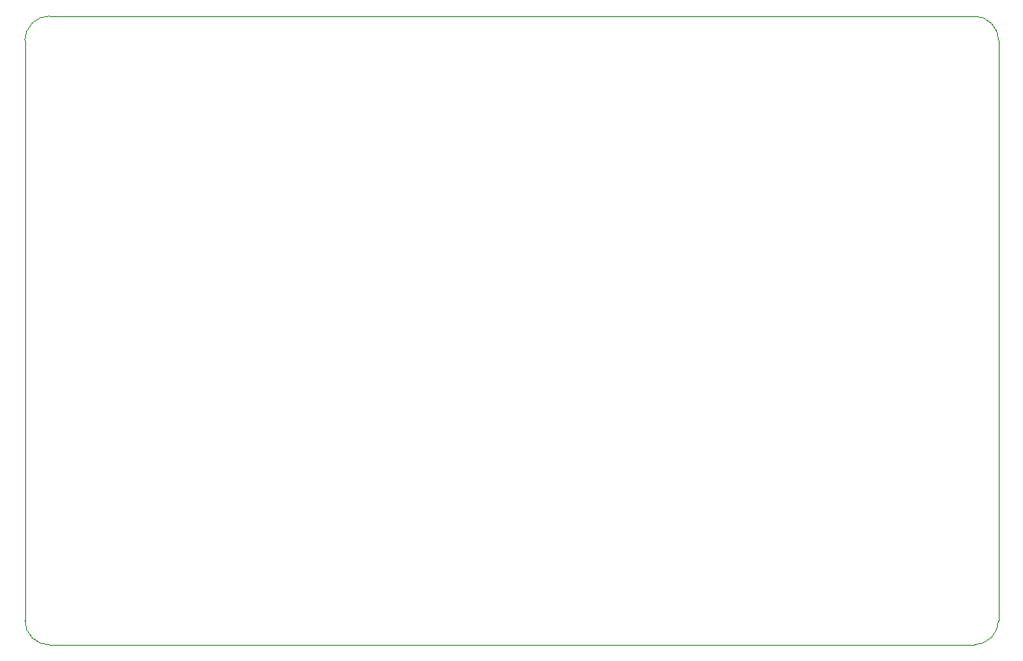
<source format=gbr>
%TF.GenerationSoftware,KiCad,Pcbnew,6.0.2+dfsg-1*%
%TF.CreationDate,2023-10-02T17:07:50+02:00*%
%TF.ProjectId,iop,696f702e-6b69-4636-9164-5f7063625858,rev?*%
%TF.SameCoordinates,Original*%
%TF.FileFunction,Profile,NP*%
%FSLAX46Y46*%
G04 Gerber Fmt 4.6, Leading zero omitted, Abs format (unit mm)*
G04 Created by KiCad (PCBNEW 6.0.2+dfsg-1) date 2023-10-02 17:07:50*
%MOMM*%
%LPD*%
G01*
G04 APERTURE LIST*
%TA.AperFunction,Profile*%
%ADD10C,0.100000*%
%TD*%
G04 APERTURE END LIST*
D10*
X55880000Y-162052000D02*
G75*
G03*
X58166000Y-164338000I2286000J0D01*
G01*
X145288000Y-164338000D02*
G75*
G03*
X147574000Y-162052000I0J2286000D01*
G01*
X147574000Y-107442000D02*
G75*
G03*
X145288000Y-105156000I-2286000J0D01*
G01*
X58166000Y-105156000D02*
G75*
G03*
X55880000Y-107442000I0J-2286000D01*
G01*
X55880000Y-162052000D02*
X55880000Y-107442000D01*
X147574000Y-107442000D02*
X147574000Y-162052000D01*
X58166000Y-164338000D02*
X145288000Y-164338000D01*
X58166000Y-105156000D02*
X145288000Y-105156000D01*
M02*

</source>
